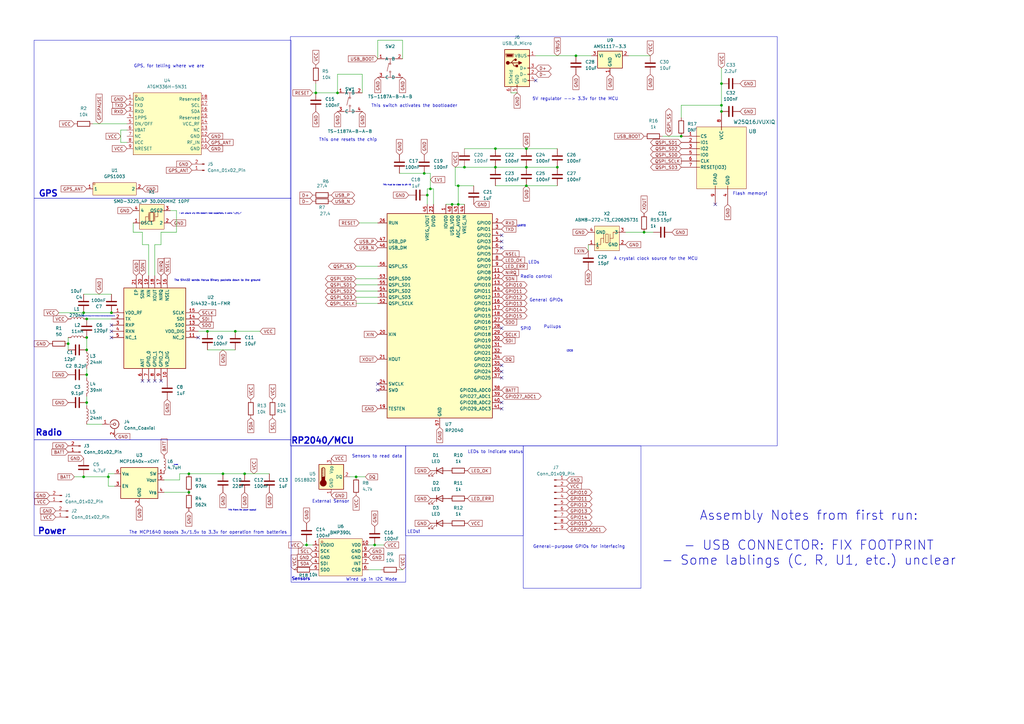
<source format=kicad_sch>
(kicad_sch (version 20231120) (generator "eeschema") (generator_version "8.0")
  (paper "A3")
  (title_block (title "OS-41 High Altitude Balloon Telemetry Transmitter") (rev "C") (company "SVAA") (comment 1 "Features: +20dBm Horus 4FSK transmitter + two temperature sensors + WiFi + GPS"))
  (junction (at 264.16 95.25))
  (junction (at 91.44 194.31))
  (junction (at 295.91 43.18))
  (junction (at 236.22 22.86))
  (junction (at 45.72 128.27))
  (junction (at 35.56 165.1))
  (junction (at 35.56 138.43))
  (junction (at 34.29 195.58))
  (junction (at 279.4 55.88))
  (junction (at 34.29 128.27))
  (junction (at 77.47 201.93))
  (junction (at 35.56 143.51))
  (junction (at 215.9 76.2))
  (junction (at 77.47 194.31))
  (junction (at 228.6 68.58))
  (junction (at 187.96 83.82))
  (junction (at 295.91 34.29))
  (junction (at 176.53 77.47))
  (junction (at 44.45 195.58))
  (junction (at 203.2 68.58))
  (junction (at 35.56 153.67))
  (junction (at 215.9 60.96))
  (junction (at 138.43 38.1))
  (junction (at 100.33 194.31))
  (junction (at 35.56 130.81))
  (junction (at 27.94 140.97))
  (junction (at 129.54 38.1))
  (junction (at 125.73 223.52))
  (junction (at 203.2 60.96))
  (junction (at 85.09 135.89))
  (junction (at 146.05 195.58))
  (junction (at 187.96 76.2))
  (junction (at 190.5 68.58))
  (junction (at 215.9 68.58))
  (junction (at 185.42 83.82))
  (junction (at 175.26 80.01))
  (junction (at 96.52 135.89))
  (junction (at 295.91 45.72))
  (junction (at 173.99 71.12))
  (junction (at 153.67 223.52))
  (no_connect (at 205.74 167.64))
  (no_connect (at 205.74 154.94))
  (no_connect (at 45.72 133.35))
  (no_connect (at 293.37 83.82))
  (no_connect (at 205.74 101.6))
  (no_connect (at 81.28 138.43))
  (no_connect (at 205.74 165.1))
  (no_connect (at 205.74 96.52))
  (no_connect (at 45.72 138.43))
  (no_connect (at 205.74 134.62))
  (no_connect (at 154.94 160.02))
  (no_connect (at 63.5 156.21))
  (no_connect (at 60.96 156.21))
  (no_connect (at 58.42 156.21))
  (no_connect (at 205.74 99.06))
  (no_connect (at 154.94 157.48))
  (no_connect (at 219.71 33.02))
  (no_connect (at 66.04 156.21))
  (no_connect (at 205.74 152.4))
  (no_connect (at 45.72 135.89))
  (no_connect (at 205.74 149.86))
  (wire (pts (xy 187.96 83.82) (xy 190.5 83.82)))
  (wire (pts (xy 146.05 109.22) (xy 154.94 109.22)))
  (wire (pts (xy 267.97 95.25) (xy 264.16 95.25)))
  (wire (pts (xy 85.09 135.89) (xy 96.52 135.89)))
  (wire (pts (xy 45.72 120.65) (xy 34.29 120.65)))
  (wire (pts (xy 149.86 195.58) (xy 146.05 195.58)))
  (wire (pts (xy 35.56 151.13) (xy 35.56 153.67)))
  (wire (pts (xy 30.48 195.58) (xy 34.29 195.58)))
  (wire (pts (xy 100.33 194.31) (xy 110.49 194.31)))
  (wire (pts (xy 146.05 195.58) (xy 143.51 195.58)))
  (wire (pts (xy 35.56 153.67) (xy 35.56 154.94)))
  (wire (pts (xy 85.09 143.51) (xy 96.52 143.51)))
  (wire (pts (xy 271.78 55.88) (xy 279.4 55.88)))
  (wire (pts (xy 177.8 83.82) (xy 177.8 77.47)))
  (wire (pts (xy 236.22 22.86) (xy 242.57 22.86)))
  (wire (pts (xy 146.05 124.46) (xy 154.94 124.46)))
  (wire (pts (xy 295.91 43.18) (xy 295.91 45.72)))
  (wire (pts (xy 154.94 16.51) (xy 165.1 16.51)))
  (wire (pts (xy 215.9 76.2) (xy 228.6 76.2)))
  (wire (pts (xy 58.42 95.25) (xy 54.61 95.25)))
  (wire (pts (xy 186.69 68.58) (xy 190.5 68.58)))
  (wire (pts (xy 35.56 165.1) (xy 35.56 166.37)))
  (wire (pts (xy 35.56 173.99) (xy 41.91 173.99)))
  (wire (pts (xy 66.04 95.25) (xy 72.39 95.25)))
  (wire (pts (xy 187.96 76.2) (xy 194.31 76.2)))
  (wire (pts (xy 44.45 194.31) (xy 46.99 194.31)))
  (wire (pts (xy 27.94 140.97) (xy 27.94 143.51)))
  (wire (pts (xy 67.31 196.85) (xy 73.66 196.85)))
  (wire (pts (xy 148.59 38.1) (xy 148.59 30.48)))
  (wire (pts (xy 147.32 91.44) (xy 154.94 91.44)))
  (wire (pts (xy 128.27 38.1) (xy 129.54 38.1)))
  (wire (pts (xy 146.05 121.92) (xy 154.94 121.92)))
  (wire (pts (xy 279.4 43.18) (xy 295.91 43.18)))
  (wire (pts (xy 146.05 114.3) (xy 154.94 114.3)))
  (wire (pts (xy 257.81 22.86) (xy 266.7 22.86)))
  (wire (pts (xy 209.55 38.1) (xy 212.09 38.1)))
  (wire (pts (xy 73.66 196.85) (xy 73.66 194.31)))
  (wire (pts (xy 27.94 138.43) (xy 27.94 140.97)))
  (wire (pts (xy 219.71 22.86) (xy 236.22 22.86)))
  (wire (pts (xy 295.91 34.29) (xy 295.91 43.18)))
  (wire (pts (xy 173.99 71.12) (xy 176.53 71.12)))
  (wire (pts (xy 165.1 233.68) (xy 163.83 233.68)))
  (wire (pts (xy 163.83 71.12) (xy 173.99 71.12)))
  (wire (pts (xy 146.05 119.38) (xy 154.94 119.38)))
  (wire (pts (xy 146.05 116.84) (xy 154.94 116.84)))
  (wire (pts (xy 73.66 194.31) (xy 77.47 194.31)))
  (wire (pts (xy 187.96 76.2) (xy 186.69 76.2)))
  (wire (pts (xy 45.72 128.27) (xy 34.29 128.27)))
  (wire (pts (xy 125.73 222.25) (xy 125.73 223.52)))
  (wire (pts (xy 34.29 195.58) (xy 44.45 195.58)))
  (wire (pts (xy 295.91 27.94) (xy 295.91 34.29)))
  (wire (pts (xy 63.5 113.03) (xy 63.5 100.33)))
  (wire (pts (xy 45.72 130.81) (xy 35.56 130.81)))
  (wire (pts (xy 215.9 60.96) (xy 228.6 60.96)))
  (wire (pts (xy 241.3 102.87) (xy 241.3 100.33)))
  (wire (pts (xy 203.2 68.58) (xy 215.9 68.58)))
  (wire (pts (xy 60.96 100.33) (xy 58.42 100.33)))
  (wire (pts (xy 52.07 53.34) (xy 49.53 53.34)))
  (wire (pts (xy 72.39 95.25) (xy 72.39 86.36)))
  (wire (pts (xy 124.46 223.52) (xy 125.73 223.52)))
  (wire (pts (xy 46.99 199.39) (xy 44.45 199.39)))
  (wire (pts (xy 125.73 223.52) (xy 128.27 223.52)))
  (wire (pts (xy 49.53 58.42) (xy 52.07 58.42)))
  (wire (pts (xy 203.2 60.96) (xy 215.9 60.96)))
  (wire (pts (xy 34.29 128.27) (xy 24.13 128.27)))
  (wire (pts (xy 154.94 16.51) (xy 154.94 24.13)))
  (wire (pts (xy 203.2 76.2) (xy 215.9 76.2)))
  (wire (pts (xy 49.53 53.34) (xy 49.53 58.42)))
  (wire (pts (xy 81.28 135.89) (xy 85.09 135.89)))
  (wire (pts (xy 264.16 95.25) (xy 256.54 95.25)))
  (wire (pts (xy 157.48 223.52) (xy 153.67 223.52)))
  (wire (pts (xy 35.56 162.56) (xy 35.56 165.1)))
  (wire (pts (xy 138.43 30.48) (xy 148.59 30.48)))
  (wire (pts (xy 69.85 86.36) (xy 72.39 86.36)))
  (wire (pts (xy 77.47 194.31) (xy 91.44 194.31)))
  (wire (pts (xy 182.88 83.82) (xy 185.42 83.82)))
  (wire (pts (xy 190.5 60.96) (xy 203.2 60.96)))
  (wire (pts (xy 35.56 138.43) (xy 35.56 143.51)))
  (wire (pts (xy 63.5 100.33) (xy 66.04 100.33)))
  (wire (pts (xy 67.31 201.93) (xy 77.47 201.93)))
  (wire (pts (xy 190.5 68.58) (xy 203.2 68.58)))
  (wire (pts (xy 215.9 68.58) (xy 228.6 68.58)))
  (wire (pts (xy 175.26 77.47) (xy 175.26 80.01)))
  (wire (pts (xy 129.54 34.29) (xy 129.54 38.1)))
  (wire (pts (xy 96.52 135.89) (xy 106.68 135.89)))
  (wire (pts (xy 66.04 95.25) (xy 66.04 100.33)))
  (wire (pts (xy 279.4 48.26) (xy 279.4 43.18)))
  (wire (pts (xy 91.44 194.31) (xy 100.33 194.31)))
  (wire (pts (xy 156.21 233.68) (xy 151.13 233.68)))
  (wire (pts (xy 38.1 50.8) (xy 52.07 50.8)))
  (wire (pts (xy 44.45 199.39) (xy 44.45 195.58)))
  (wire (pts (xy 177.8 77.47) (xy 176.53 77.47)))
  (wire (pts (xy 185.42 83.82) (xy 187.96 83.82)))
  (wire (pts (xy 176.53 71.12) (xy 176.53 77.47)))
  (wire (pts (xy 176.53 77.47) (xy 175.26 77.47)))
  (wire (pts (xy 60.96 113.03) (xy 60.96 100.33)))
  (wire (pts (xy 138.43 30.48) (xy 138.43 38.1)))
  (wire (pts (xy 165.1 24.13) (xy 165.1 16.51)))
  (wire (pts (xy 175.26 80.01) (xy 175.26 83.82)))
  (wire (pts (xy 44.45 195.58) (xy 44.45 194.31)))
  (wire (pts (xy 186.69 68.58) (xy 186.69 76.2)))
  (wire (pts (xy 54.61 91.44) (xy 54.61 95.25)))
  (wire (pts (xy 58.42 95.25) (xy 58.42 100.33)))
  (wire (pts (xy 153.67 223.52) (xy 151.13 223.52)))
  (wire (pts (xy 187.96 83.82) (xy 187.96 76.2)))
  (wire (pts (xy 129.54 38.1) (xy 138.43 38.1)))
  (rectangle (start 214.63 182.88) (end 262.89 241.3))
  (rectangle (start 119.126 14.986) (end 318.77 182.88))
  (rectangle (start 13.97 16.51) (end 119.38 81.28))
  (rectangle (start 119.38 182.88) (end 166.37 238.76))
  (rectangle (start 13.97 180.34) (end 119.38 219.71))
  (rectangle (start 166.37 182.88) (end 214.63 219.71))
  (rectangle (start 13.97 81.28) (end 119.38 180.34))
  (text "SPI0" (at 215.646 134.874 0) (effects (font (size 1.27 1.27))))
  (text "General-purpose GPIOs for interfacing" (at 237.49 224.282 0) (effects (font (size 1.27 1.27))))
  (text "This is a C285642" (at 72.136 190.754 0) (effects (font (size 0.127 0.127))))
  (text "General GPIOs" (at 224.028 123.19 0) (effects (font (size 1.27 1.27))))
  (text "External Sensor" (at 135.636 205.74 0) (effects (font (size 1.27 1.27))))
  (text "LEDs" (at 218.948 107.696 0) (effects (font (size 1.27 1.27))))
  (text "Power" (at 21.336 217.932 0) (effects (font (size 2.54 2.54) (thickness 0.508) (bold yes))))
  (text "LEDs to indicate status" (at 203.2 185.42 0) (effects (font (size 1.27 1.27))))
  (text "Pullups" (at 226.568 134.112 0) (effects (font (size 1.27 1.27))))
  (text "UART0" (at 213.868 92.71 0) (effects (font (size 0.762 0.762))))
  (text "This switch activates the bootloader" (at 169.926 43.434 0) (effects (font (size 1.27 1.27))))
  (text "This must be close to pin 45" (at 162.814 75.946 0) (effects (font (size 0.508 0.508))))
  (text "This filters the power supply!" (at 99.314 209.296 0) (effects (font (size 0.508 0.508))))
  (text "GPS, for telling where we are" (at 69.342 27.178 0) (effects (font (size 1.27 1.27))))
  (text "Sensors to read data" (at 154.686 187.198 0) (effects (font (size 1.27 1.27))))
  (text "Assembly Notes from first run:\n\n- USB CONNECTOR: FIX FOOTPRINT\n- Some lablings (C, R, U1, etc.) unclear" (at 331.724 220.726 0) (effects (font (size 3.81 3.81) (thickness 0.254) (bold yes))))
  (text "LEDs!" (at 169.672 218.186 0) (effects (font (size 1.27 1.27))))
  (text "I am unsure why this doesn't need capacitors. It works ¯\\_(ツ)_/¯" (at 86.36 87.63 0) (effects (font (size 0.508 0.508))))
  (text "I2C0" (at 233.68 144.018 0) (effects (font (size 0.762 0.762))))
  (text "Radio" (at 20.066 177.546 0) (effects (font (size 2.54 2.54) (thickness 0.508) (bold yes))))
  (text "The MCP1640 boosts 3v/1.5v to 3.3v for operation from batteries" (at 85.344 218.44 0) (effects (font (size 1.27 1.27))))
  (text "Radio control" (at 219.964 113.538 0) (effects (font (size 1.27 1.27))))
  (text "RP2040/MCU\n" (at 132.334 180.848 0) (effects (font (size 2.54 2.54) (thickness 0.508) (bold yes))))
  (text "The Si4432 sends Horus Binary packets down to the ground" (at 89.154 115.062 0) (effects (font (size 0.762 0.762))))
  (text "Flash memory!" (at 307.594 79.502 0) (effects (font (size 1.27 1.27))))
  (text "Wired up in I2C Mode" (at 152.4 237.744 0) (effects (font (size 1.27 1.27))))
  (text "This one resets the chip" (at 142.748 57.404 0) (effects (font (size 1.27 1.27))))
  (text "GPS" (at 19.812 79.502 0) (effects (font (size 2.54 2.54) (thickness 0.508) (bold yes))))
  (text "A crystal clock source for the MCU" (at 268.986 106.172 0) (effects (font (size 1.27 1.27))))
  (text "Note: I initially really messed the matching up. The Si4432 PA is a switching PA, so it needs some unusual matching networks. Check out AN435" (at 39.878 129.794 0) (effects (font (size 0.127 0.127))))
  (text "Sensors\n" (at 123.444 237.49 0) (effects (font (size 1.27 1.27) (thickness 0.254) (bold yes))))
  (text "5V regulator --> 3.3v for the MCU" (at 235.966 40.64 0) (effects (font (size 1.27 1.27))))
  (global_label "GND" (shape input) (at 85.09 55.88 0) (property "Intersheetrefs" "${INTERSHEET_REFS}" (effects (hide yes))))
  (global_label "USB_BOOT" (shape input) (at 264.16 55.88 180) (property "Intersheetrefs" "${INTERSHEET_REFS}" (effects (hide yes))))
  (global_label "QSPI_SCLK" (shape output) (at 279.4 66.04 180) (property "Intersheetrefs" "${INTERSHEET_REFS}" (effects (hide yes))))
  (global_label "GPIO13" (shape bidirectional) (at 205.74 124.46 0) (property "Intersheetrefs" "${INTERSHEET_REFS}" (effects (hide yes))))
  (global_label "QSPI_SD1" (shape bidirectional) (at 146.05 116.84 180) (property "Intersheetrefs" "${INTERSHEET_REFS}" (effects (hide yes))))
  (global_label "RESET" (shape input) (at 128.27 38.1 180) (property "Intersheetrefs" "${INTERSHEET_REFS}" (effects (hide yes))))
  (global_label "GPIO11" (shape bidirectional) (at 205.74 119.38 0) (property "Intersheetrefs" "${INTERSHEET_REFS}" (effects (hide yes))))
  (global_label "NSEL" (shape input) (at 68.58 113.03 90) (property "Intersheetrefs" "${INTERSHEET_REFS}" (effects (hide yes))))
  (global_label "VCC" (shape input) (at 22.86 212.09 180) (property "Intersheetrefs" "${INTERSHEET_REFS}" (effects (hide yes))))
  (global_label "RXD" (shape input) (at 52.07 45.72 180) (property "Intersheetrefs" "${INTERSHEET_REFS}" (effects (hide yes))))
  (global_label "D+" (shape input) (at 128.27 80.01 180) (property "Intersheetrefs" "${INTERSHEET_REFS}" (effects (hide yes))))
  (global_label "GPIO13" (shape bidirectional) (at 232.41 209.55 0) (property "Intersheetrefs" "${INTERSHEET_REFS}" (effects (hide yes))))
  (global_label "VCC" (shape input) (at 106.68 135.89 0) (property "Intersheetrefs" "${INTERSHEET_REFS}" (effects (hide yes))))
  (global_label "SCL" (shape input) (at 111.76 171.45 270) (property "Intersheetrefs" "${INTERSHEET_REFS}" (effects (hide yes))))
  (global_label "LED_ERR" (shape input) (at 205.74 109.22 0) (property "Intersheetrefs" "${INTERSHEET_REFS}" (effects (hide yes))))
  (global_label "DQ" (shape input) (at 149.86 195.58 0) (property "Intersheetrefs" "${INTERSHEET_REFS}" (effects (hide yes))))
  (global_label "GND" (shape input) (at 275.59 95.25 0) (property "Intersheetrefs" "${INTERSHEET_REFS}" (effects (hide yes))))
  (global_label "GND" (shape input) (at 77.47 209.55 270) (property "Intersheetrefs" "${INTERSHEET_REFS}" (effects (hide yes))))
  (global_label "GPS_ANT" (shape input) (at 78.74 69.85 180) (property "Intersheetrefs" "${INTERSHEET_REFS}" (effects (hide yes))))
  (global_label "SCLK" (shape input) (at 81.28 128.27 0) (property "Intersheetrefs" "${INTERSHEET_REFS}" (effects (hide yes))))
  (global_label "GND" (shape input) (at 212.09 38.1 270) (property "Intersheetrefs" "${INTERSHEET_REFS}" (effects (hide yes))))
  (global_label "GND" (shape input) (at 125.73 214.63 90) (property "Intersheetrefs" "${INTERSHEET_REFS}" (effects (hide yes))))
  (global_label "VCC" (shape input) (at 146.05 203.2 270) (property "Intersheetrefs" "${INTERSHEET_REFS}" (effects (hide yes))))
  (global_label "GND" (shape input) (at 154.94 167.64 180) (property "Intersheetrefs" "${INTERSHEET_REFS}" (effects (hide yes))))
  (global_label "GND" (shape input) (at 40.64 120.65 90) (property "Intersheetrefs" "${INTERSHEET_REFS}" (effects (hide yes))))
  (global_label "GPIO12" (shape bidirectional) (at 232.41 207.01 0) (property "Intersheetrefs" "${INTERSHEET_REFS}" (effects (hide yes))))
  (global_label "GND" (shape input) (at 135.89 203.2 0) (property "Intersheetrefs" "${INTERSHEET_REFS}" (effects (hide yes))))
  (global_label "GND" (shape input) (at 176.53 204.47 180) (property "Intersheetrefs" "${INTERSHEET_REFS}" (effects (hide yes))))
  (global_label "XOUT" (shape input) (at 154.94 147.32 180) (property "Intersheetrefs" "${INTERSHEET_REFS}" (effects (hide yes))))
  (global_label "GND" (shape input) (at 46.99 179.07 0) (property "Intersheetrefs" "${INTERSHEET_REFS}" (effects (hide yes))))
  (global_label "USB_P" (shape bidirectional) (at 154.94 99.06 180) (property "Intersheetrefs" "${INTERSHEET_REFS}" (effects (hide yes))))
  (global_label "GND" (shape input) (at 163.83 63.5 90) (property "Intersheetrefs" "${INTERSHEET_REFS}" (effects (hide yes))))
  (global_label "GND" (shape input) (at 215.9 60.96 90) (property "Intersheetrefs" "${INTERSHEET_REFS}" (effects (hide yes))))
  (global_label "GND" (shape input) (at 91.44 143.51 270) (property "Intersheetrefs" "${INTERSHEET_REFS}" (effects (hide yes))))
  (global_label "VCC" (shape input) (at 165.1 233.68 90) (property "Intersheetrefs" "${INTERSHEET_REFS}" (effects (hide yes))))
  (global_label "GND" (shape input) (at 167.64 80.01 180) (property "Intersheetrefs" "${INTERSHEET_REFS}" (effects (hide yes))))
  (global_label "GND" (shape input) (at 176.53 214.63 180) (property "Intersheetrefs" "${INTERSHEET_REFS}" (effects (hide yes))))
  (global_label "GPS_ANT" (shape input) (at 35.56 77.47 180) (property "Intersheetrefs" "${INTERSHEET_REFS}" (effects (hide yes))))
  (global_label "D-" (shape input) (at 128.27 82.55 180) (property "Intersheetrefs" "${INTERSHEET_REFS}" (effects (hide yes))))
  (global_label "QSPI_SD2" (shape bidirectional) (at 279.4 60.96 180) (property "Intersheetrefs" "${INTERSHEET_REFS}" (effects (hide yes))))
  (global_label "USB_N" (shape bidirectional) (at 154.94 101.6 180) (property "Intersheetrefs" "${INTERSHEET_REFS}" (effects (hide yes))))
  (global_label "USB_N" (shape bidirectional) (at 135.89 82.55 0) (property "Intersheetrefs" "${INTERSHEET_REFS}" (effects (hide yes))))
  (global_label "GND" (shape input) (at 303.53 45.72 0) (property "Intersheetrefs" "${INTERSHEET_REFS}" (effects (hide yes))))
  (global_label "QSPI_SS" (shape bidirectional) (at 146.05 109.22 180) (property "Intersheetrefs" "${INTERSHEET_REFS}" (effects (hide yes))))
  (global_label "GPIO15" (shape bidirectional) (at 205.74 129.54 0) (property "Intersheetrefs" "${INTERSHEET_REFS}" (effects (hide yes))))
  (global_label "SDN" (shape input) (at 58.42 113.03 90) (property "Intersheetrefs" "${INTERSHEET_REFS}" (effects (hide yes))))
  (global_label "VCC" (shape input) (at 120.65 233.68 90) (property "Intersheetrefs" "${INTERSHEET_REFS}" (effects (hide yes))))
  (global_label "SCL" (shape input) (at 128.27 226.06 180) (property "Intersheetrefs" "${INTERSHEET_REFS}" (effects (hide yes))))
  (global_label "GND" (shape input) (at 241.3 110.49 270) (property "Intersheetrefs" "${INTERSHEET_REFS}" (effects (hide yes))))
  (global_label "GND" (shape input) (at 91.44 201.93 270) (property "Intersheetrefs" "${INTERSHEET_REFS}" (effects (hide yes))))
  (global_label "GND" (shape input) (at 27.94 182.88 180) (property "Intersheetrefs" "${INTERSHEET_REFS}" (effects (hide yes))))
  (global_label "D+" (shape bidirectional) (at 219.71 27.94 0) (property "Intersheetrefs" "${INTERSHEET_REFS}" (effects (hide yes))))
  (global_label "XIN" (shape input) (at 154.94 137.16 180) (property "Intersheetrefs" "${INTERSHEET_REFS}" (effects (hide yes))))
  (global_label "RESET" (shape input) (at 147.32 91.44 180) (property "Intersheetrefs" "${INTERSHEET_REFS}" (effects (hide yes))))
  (global_label "TXD" (shape input) (at 205.74 93.98 0) (property "Intersheetrefs" "${INTERSHEET_REFS}" (effects (hide yes))))
  (global_label "GND" (shape input) (at 215.9 76.2 270) (property "Intersheetrefs" "${INTERSHEET_REFS}" (effects (hide yes))))
  (global_label "XOUT" (shape input) (at 264.16 87.63 90) (property "Intersheetrefs" "${INTERSHEET_REFS}" (effects (hide yes))))
  (global_label "VCC" (shape input) (at 266.7 22.86 90) (property "Intersheetrefs" "${INTERSHEET_REFS}" (effects (hide yes))))
  (global_label "GND" (shape input) (at 22.86 209.55 180) (property "Intersheetrefs" "${INTERSHEET_REFS}" (effects (hide yes))))
  (global_label "TXD" (shape input) (at 52.07 43.18 180) (property "Intersheetrefs" "${INTERSHEET_REFS}" (effects (hide yes))))
  (global_label "GND" (shape input) (at 69.85 91.44 0) (property "Intersheetrefs" "${INTERSHEET_REFS}" (effects (hide yes))))
  (global_label "GND" (shape input) (at 154.94 31.75 270) (property "Intersheetrefs" "${INTERSHEET_REFS}" (effects (hide yes))))
  (global_label "GPIO15" (shape bidirectional) (at 232.41 214.63 0) (property "Intersheetrefs" "${INTERSHEET_REFS}" (effects (hide yes))))
  (global_label "GND" (shape input) (at 34.29 187.96 180) (property "Intersheetrefs" "${INTERSHEET_REFS}" (effects (hide yes))))
  (global_label "GND" (shape input) (at 100.33 201.93 270) (property "Intersheetrefs" "${INTERSHEET_REFS}" (effects (hide yes))))
  (global_label "GND" (shape input) (at 232.41 196.85 0) (property "Intersheetrefs" "${INTERSHEET_REFS}" (effects (hide yes))))
  (global_label "LED_OK" (shape input) (at 205.74 106.68 0) (property "Intersheetrefs" "${INTERSHEET_REFS}" (effects (hide yes))))
  (global_label "GND" (shape input) (at 27.94 165.1 180) (property "Intersheetrefs" "${INTERSHEET_REFS}" (effects (hide yes))))
  (global_label "NIRQ" (shape input) (at 66.04 113.03 90) (property "Intersheetrefs" "${INTERSHEET_REFS}" (effects (hide yes))))
  (global_label "QSPI_SD0" (shape bidirectional) (at 279.4 63.5 180) (property "Intersheetrefs" "${INTERSHEET_REFS}" (effects (hide yes))))
  (global_label "GPIO27_ADC1" (shape bidirectional) (at 232.41 217.17 0) (property "Intersheetrefs" "${INTERSHEET_REFS}" (effects (hide yes))))
  (global_label "GND" (shape input) (at 55.88 113.03 90) (property "Intersheetrefs" "${INTERSHEET_REFS}" (effects (hide yes))))
  (global_label "VCC" (shape input) (at 129.54 26.67 90) (property "Intersheetrefs" "${INTERSHEET_REFS}" (effects (hide yes))))
  (global_label "SDI" (shape input) (at 81.28 130.81 0) (property "Intersheetrefs" "${INTERSHEET_REFS}" (effects (hide yes))))
  (global_label "GPSPAUSE" (shape input) (at 40.64 50.8 90) (property "Intersheetrefs" "${INTERSHEET_REFS}" (effects (hide yes))))
  (global_label "D-" (shape bidirectional) (at 219.71 30.48 0) (property "Intersheetrefs" "${INTERSHEET_REFS}" (effects (hide yes))))
  (global_label "VCC" (shape input) (at 295.91 27.94 90) (property "Intersheetrefs" "${INTERSHEET_REFS}" (effects (hide yes))))
  (global_label "GPIO14" (shape bidirectional) (at 232.41 212.09 0) (property "Intersheetrefs" "${INTERSHEET_REFS}" (effects (hide yes))))
  (global_label "GND" (shape input) (at 266.7 30.48 270) (property "Intersheetrefs" "${INTERSHEET_REFS}" (effects (hide yes))))
  (global_label "GND" (shape input) (at 241.3 95.25 180) (property "Intersheetrefs" "${INTERSHEET_REFS}" (effects (hide yes))))
  (global_label "VCC" (shape input) (at 102.87 163.83 90) (property "Intersheetrefs" "${INTERSHEET_REFS}" (effects (hide yes))))
  (global_label "GND" (shape input) (at 250.19 30.48 270) (property "Intersheetrefs" "${INTERSHEET_REFS}" (effects (hide yes))))
  (global_label "GND" (shape input) (at 129.54 45.72 270) (property "Intersheetrefs" "${INTERSHEET_REFS}" (effects (hide yes))))
  (global_label "VCC" (shape input) (at 191.77 214.63 0) (property "Intersheetrefs" "${INTERSHEET_REFS}" (effects (hide yes))))
  (global_label "GND" (shape input) (at 57.15 207.01 270) (property "Intersheetrefs" "${INTERSHEET_REFS}" (effects (hide yes))))
  (global_label "QSPI_SD0" (shape bidirectional) (at 146.05 114.3 180) (property "Intersheetrefs" "${INTERSHEET_REFS}" (effects (hide yes))))
  (global_label "QSPI_SCLK" (shape output) (at 146.05 124.46 180) (property "Intersheetrefs" "${INTERSHEET_REFS}" (effects (hide yes))))
  (global_label "GPIO27_ADC1" (shape bidirectional) (at 205.74 162.56 0) (property "Intersheetrefs" "${INTERSHEET_REFS}" (effects (hide yes))))
  (global_label "GND" (shape input) (at 180.34 175.26 270) (property "Intersheetrefs" "${INTERSHEET_REFS}" (effects (hide yes))))
  (global_label "GND" (shape input) (at 54.61 86.36 180) (property "Intersheetrefs" "${INTERSHEET_REFS}" (effects (hide yes))))
  (global_label "GND" (shape input) (at 256.54 100.33 0) (property "Intersheetrefs" "${INTERSHEET_REFS}" (effects (hide yes))))
  (global_label "BATT" (shape input) (at 67.31 186.69 90) (property "Intersheetrefs" "${INTERSHEET_REFS}" (effects (hide yes))))
  (global_label "GND" (shape input) (at 128.27 228.6 180) (property "Intersheetrefs" "${INTERSHEET_REFS}" (effects (hide yes))))
  (global_label "GND" (shape input) (at 85.09 60.96 0) (property "Intersheetrefs" "${INTERSHEET_REFS}" (effects (hide yes))))
  (global_label "QSPI_SD3" (shape bidirectional) (at 279.4 68.58 180) (property "Intersheetrefs" "${INTERSHEET_REFS}" (effects (hide yes))))
  (global_label "GND" (shape input) (at 151.13 228.6 0) (property "Intersheetrefs" "${INTERSHEET_REFS}" (effects (hide yes))))
  (global_label "GPIO11" (shape bidirectional) (at 232.41 204.47 0) (property "Intersheetrefs" "${INTERSHEET_REFS}" (effects (hide yes))))
  (global_label "VCC" (shape input) (at 24.13 128.27 180) (property "Intersheetrefs" "${INTERSHEET_REFS}" (effects (hide yes))))
  (global_label "GND" (shape input) (at 236.22 30.48 270) (property "Intersheetrefs" "${INTERSHEET_REFS}" (effects (hide yes))))
  (global_label "GND" (shape input) (at 153.67 215.9 90) (property "Intersheetrefs" "${INTERSHEET_REFS}" (effects (hide yes))))
  (global_label "VCC" (shape input) (at 52.07 60.96 180) (property "Intersheetrefs" "${INTERSHEET_REFS}" (effects (hide yes))))
  (global_label "SDA" (shape input) (at 102.87 171.45 270) (property "Intersheetrefs" "${INTERSHEET_REFS}" (effects (hide yes))))
  (global_label "QSPI_SD2" (shape bidirectional) (at 146.05 119.38 180) (property "Intersheetrefs" "${INTERSHEET_REFS}" (effects (hide yes))))
  (global_label "GND" (shape input) (at 20.32 203.2 180) (property "Intersheetrefs" "${INTERSHEET_REFS}" (effects (hide yes))))
  (global_label "VCC" (shape input) (at 20.32 205.74 180) (property "Intersheetrefs" "${INTERSHEET_REFS}" (effects (hide yes))))
  (global_label "BATT" (shape input) (at 27.94 185.42 180) (property "Intersheetrefs" "${INTERSHEET_REFS}" (effects (hide yes))))
  (global_label "LED_ERR" (shape input) (at 191.77 204.47 0) (property "Intersheetrefs" "${INTERSHEET_REFS}" (effects (hide yes))))
  (global_label "VCC" (shape input) (at 124.46 223.52 180) (property "Intersheetrefs" "${INTERSHEET_REFS}" (effects (hide yes))))
  (global_label "1V1" (shape input) (at 176.53 73.66 0) (property "Intersheetrefs" "${INTERSHEET_REFS}" (effects (hide yes))))
  (global_label "GND" (shape input) (at 165.1 31.75 270) (property "Intersheetrefs" "${INTERSHEET_REFS}" (effects (hide yes))))
  (global_label "NSEL" (shape input) (at 205.74 104.14 0) (property "Intersheetrefs" "${INTERSHEET_REFS}" (effects (hide yes))))
  (global_label "VCC" (shape input) (at 104.14 194.31 90) (property "Intersheetrefs" "${INTERSHEET_REFS}" (effects (hide yes))))
  (global_label "VCC" (shape input) (at 30.48 50.8 180) (property "Intersheetrefs" "${INTERSHEET_REFS}" (effects (hide yes))))
  (global_label "GND" (shape input) (at 68.58 163.83 270) (property "Intersheetrefs" "${INTERSHEET_REFS}" (effects (hide yes))))
  (global_label "RXD" (shape input) (at 205.74 91.44 0) (property "Intersheetrefs" "${INTERSHEET_REFS}" (effects (hide yes))))
  (global_label "GPS_ANT" (shape input) (at 85.09 58.42 0) (property "Intersheetrefs" "${INTERSHEET_REFS}" (effects (hide yes))))
  (global_label "GPIO10" (shape bidirectional) (at 232.41 201.93 0) (property "Intersheetrefs" "${INTERSHEET_REFS}" (effects (hide yes))))
  (global_label "GND" (shape input) (at 20.32 140.97 180) (property "Intersheetrefs" "${INTERSHEET_REFS}" (effects (hide yes))))
  (global_label "GND" (shape input) (at 52.07 40.64 180) (property "Intersheetrefs" "${INTERSHEET_REFS}" (effects (hide yes))))
  (global_label "QSPI_SD1" (shape bidirectional) (at 279.4 58.42 180) (property "Intersheetrefs" "${INTERSHEET_REFS}" (effects (hide yes))))
  (global_label "GND" (shape input) (at 173.99 63.5 90) (property "Intersheetrefs" "${INTERSHEET_REFS}" (effects (hide yes))))
  (global_label "GND" (shape input) (at 148.59 45.72 270) (property "Intersheetrefs" "${INTERSHEET_REFS}" (effects (hide yes))))
  (global_label "USB_P" (shape bidirectional) (at 135.89 80.01 0) (property "Intersheetrefs" "${INTERSHEET_REFS}" (effects (hide yes))))
  (global_label "SDI" (shape input) (at 205.74 139.7 0) (property "Intersheetrefs" "${INTERSHEET_REFS}" (effects (hide yes))))
  (global_label "SDO" (shape input) (at 81.28 133.35 0) (property "Intersheetrefs" "${INTERSHEET_REFS}" (effects (hide yes))))
  (global_label "GPIO10" (shape bidirectional) (at 205.74 116.84 0) (property "Intersheetrefs" "${INTERSHEET_REFS}" (effects (hide yes))))
  (global_label "VCC" (shape input) (at 27.94 130.81 180) (property "Intersheetrefs" "${INTERSHEET_REFS}" (effects (hide yes))))
  (global_label "GND" (shape input) (at 194.31 83.82 0) (property "Intersheetrefs" "${INTERSHEET_REFS}" (effects (hide yes))))
  (global_label "GPIO14" (shape bidirectional) (at 205.74 127 0) (property "Intersheetrefs" "${INTERSHEET_REFS}" (effects (hide yes))))
  (global_label "GND" (shape input) (at 27.94 153.67 180) (property "Intersheetrefs" "${INTERSHEET_REFS}" (effects (hide yes))))
  (global_label "QSPI_SD3" (shape bidirectional) (at 146.05 121.92 180) (property "Intersheetrefs" "${INTERSHEET_REFS}" (effects (hide yes))))
  (global_label "GND" (shape input) (at 110.49 201.93 270) (property "Intersheetrefs" "${INTERSHEET_REFS}" (effects (hide yes))))
  (global_label "QSPI_SS" (shape bidirectional) (at 274.32 55.88 90) (property "Intersheetrefs" "${INTERSHEET_REFS}" (effects (hide yes))))
  (global_label "SDA" (shape input) (at 128.27 231.14 180) (property "Intersheetrefs" "${INTERSHEET_REFS}" (effects (hide yes))))
  (global_label "BATT" (shape input) (at 205.74 160.02 0) (property "Intersheetrefs" "${INTERSHEET_REFS}" (effects (hide yes))))
  (global_label "GND" (shape input) (at 58.42 77.47 0) (property "Intersheetrefs" "${INTERSHEET_REFS}" (effects (hide yes))))
  (global_label "GND" (shape input) (at 303.53 34.29 0) (property "Intersheetrefs" "${INTERSHEET_REFS}" (effects (hide yes))))
  (global_label "VCC" (shape input) (at 186.69 68.58 90) (property "Intersheetrefs" "${INTERSHEET_REFS}" (effects (hide yes))))
  (global_label "GPIO12" (shape bidirectional) (at 205.74 121.92 0) (property "Intersheetrefs" "${INTERSHEET_REFS}" (effects (hide yes))))
  (global_label "VCC" (shape input) (at 135.89 187.96 0) (property "Intersheetrefs" "${INTERSHEET_REFS}" (effects (hide yes))))
  (global_label "USB_BOOT" (shape input) (at 154.94 24.13 180) (property "Intersheetrefs" "${INTERSHEET_REFS}" (effects (hide yes))))
  (global_label "SDO" (shape input) (at 205.74 132.08 0) (property "Intersheetrefs" "${INTERSHEET_REFS}" (effects (hide yes))))
  (global_label "SDN" (shape input) (at 205.74 114.3 0) (property "Intersheetrefs" "${INTERSHEET_REFS}" (effects (hide yes))))
  (global_label "GND" (shape input) (at 176.53 193.04 180) (property "Intersheetrefs" "${INTERSHEET_REFS}" (effects (hide yes))))
  (global_label "VCC" (shape input) (at 111.76 163.83 90) (property "Intersheetrefs" "${INTERSHEET_REFS}" (effects (hide yes))))
  (global_label "SCLK" (shape input) (at 205.74 137.16 0) (property "Intersheetrefs" "${INTERSHEET_REFS}" (effects (hide yes))))
  (global_label "GND" (shape input) (at 298.45 83.82 270) (property "Intersheetrefs" "${INTERSHEET_REFS}" (effects (hide yes))))
  (global_label "LED_OK" (shape input) (at 191.77 193.04 0) (property "Intersheetrefs" "${INTERSHEET_REFS}" (effects (hide yes))))
  (global_label "GND" (shape input) (at 138.43 45.72 270) (property "Intersheetrefs" "${INTERSHEET_REFS}" (effects (hide yes))))
  (global_label "VCC" (shape input) (at 49.53 55.88 180) (property "Intersheetrefs" "${INTERSHEET_REFS}" (effects (hide yes))))
  (global_label "GND" (shape input) (at 151.13 226.06 0) (property "Intersheetrefs" "${INTERSHEET_REFS}" (effects (hide yes))))
  (global_label "XIN" (shape input) (at 241.3 102.87 180) (property "Intersheetrefs" "${INTERSHEET_REFS}" (effects (hide yes))))
  (global_label "VCC" (shape input) (at 157.48 223.52 0) (property "Intersheetrefs" "${INTERSHEET_REFS}" (effects (hide yes))))
  (global_label "BATT" (shape input) (at 30.48 195.58 180) (property "Intersheetrefs" "${INTERSHEET_REFS}" (effects (hide yes))))
  (global_label "NIRQ" (shape input) (at 205.74 111.76 0) (property "Intersheetrefs" "${INTERSHEET_REFS}" (effects (hide yes))))
  (global_label "DQ" (shape input) (at 205.74 147.32 0) (property "Intersheetrefs" "${INTERSHEET_REFS}" (effects (hide yes))))
  (global_label "VCC" (shape input) (at 232.41 199.39 0) (property "Intersheetrefs" "${INTERSHEET_REFS}" (effects (hide yes))))
  (global_label "GND" (shape input) (at 78.74 67.31 180) (property "Intersheetrefs" "${INTERSHEET_REFS}" (effects (hide yes))))
  (global_label "VBUS" (shape input) (at 228.6 22.86 90) (property "Intersheetrefs" "${INTERSHEET_REFS}" (effects (hide yes))))
  (symbol (lib_id "Device:C") (at 163.83 67.31 0) (unit 1)
    (property "Reference" "C17" (at 167.64 66.0399 0) (effects (justify left)))
    (property "Value" "100nF" (at 166.116 68.58 0) (effects (justify left)))
    (property "Footprint" "Capacitor_SMD:C_0603_1608Metric_Pad1.08x0.95mm_HandSolder" (effects (hide yes)))
    (property "Description" "Unpolarized capacitor" (effects (hide yes)))
  )
  (symbol (lib_id "Device:LED") (at 180.34 193.04 0) (unit 1)
    (property "Reference" "D1" (at 178.7525 186.69 0))
    (property "Value" "LED" (at 178.7525 189.23 0))
    (property "Footprint" "LED_SMD:LED_0805_2012Metric_Pad1.15x1.40mm_HandSolder" (effects (hide yes)))
    (property "Description" "Light emitting diode" (effects (hide yes)))
  )
  (symbol (lib_id "Device:C") (at 299.72 34.29 90) (unit 1)
    (property "Reference" "C33" (at 299.72 26.67 90))
    (property "Value" "2.2uF" (at 299.72 29.21 90))
    (property "Footprint" "Capacitor_SMD:C_0603_1608Metric_Pad1.08x0.95mm_HandSolder" (effects (hide yes)))
    (property "Description" "Unpolarized capacitor" (effects (hide yes)))
  )
  (symbol (lib_id "Device:L") (at 31.75 138.43 90) (unit 1)
    (property "Reference" "L2" (at 31.75 133.35 90))
    (property "Value" "11nH" (at 31.75 135.89 90))
    (property "Footprint" "Inductor_SMD:L_0603_1608Metric_Pad1.05x0.95mm_HandSolder" (effects (hide yes)))
    (property "Description" "Inductor" (effects (hide yes)))
  )
  (symbol (lib_id "Device:R") (at 279.4 52.07 0) (unit 1)
    (property "Reference" "R17" (at 281.94 50.7999 0) (effects (justify left)))
    (property "Value" "DNF" (at 281.94 53.3399 0) (effects (justify left)))
    (property "Footprint" "Resistor_SMD:R_0603_1608Metric_Pad0.98x0.95mm_HandSolder" (effects (hide yes)))
    (property "Description" "Resistor" (effects (hide yes)))
  )
  (symbol (lib_id "Device:C") (at 236.22 26.67 0) (unit 1)
    (property "Reference" "C28" (at 240.03 25.3999 0) (effects (justify left)))
    (property "Value" "10uF" (at 240.03 27.9399 0) (effects (justify left)))
    (property "Footprint" "Capacitor_SMD:C_0603_1608Metric_Pad1.08x0.95mm_HandSolder" (effects (hide yes)))
    (property "Description" "Unpolarized capacitor" (effects (hide yes)))
  )
  (symbol (lib_id "Connector:Conn_Coaxial") (at 46.99 173.99 0) (unit 1)
    (property "Reference" "J4" (at 50.8 173.0131 0) (effects (justify left)))
    (property "Value" "Conn_Coaxial" (at 50.8 175.5531 0) (effects (justify left)))
    (property "Footprint" "Connector_Coaxial:SMA_Amphenol_901-144_Vertical" (effects (hide yes)))
    (property "Description" "coaxial connector (BNC, SMA, SMB, SMC, Cinch/RCA, LEMO, ...)" (effects (hide yes)))
  )
  (symbol (lib_id "Device:C") (at 91.44 198.12 0) (unit 1)
    (property "Reference" "C10" (at 95.25 196.8499 0) (effects (justify left)))
    (property "Value" "22uF" (at 95.25 199.3899 0) (effects (justify left)))
    (property "Footprint" "Capacitor_SMD:C_0603_1608Metric_Pad1.08x0.95mm_HandSolder" (effects (hide yes)))
    (property "Description" "Unpolarized capacitor" (effects (hide yes)))
  )
  (symbol (lib_id "Device:C") (at 110.49 198.12 0) (unit 1)
    (property "Reference" "C13" (at 114.3 196.8499 0) (effects (justify left)))
    (property "Value" "1uF" (at 114.3 199.3899 0) (effects (justify left)))
    (property "Footprint" "Capacitor_SMD:C_0603_1608Metric_Pad1.08x0.95mm_HandSolder" (effects (hide yes)))
    (property "Description" "Unpolarized capacitor" (effects (hide yes)))
  )
  (symbol (lib_id "Connector:Conn_01x02_Pin") (at 27.94 212.09 180) (unit 1)
    (property "Reference" "J2" (at 29.21 209.5499 0) (effects (justify right)))
    (property "Value" "Conn_01x02_Pin" (at 29.21 212.0899 0) (effects (justify right)))
    (property "Footprint" "Connector_PinSocket_2.54mm:PinSocket_1x02_P2.54mm_Vertical" (effects (hide yes)))
    (property "Description" "Generic connector, single row, 01x02, script generated" (effects (hide yes)))
  )
  (symbol (lib_id "Device:C") (at 266.7 26.67 0) (unit 1)
    (property "Reference" "C30" (at 270.51 25.3999 0) (effects (justify left)))
    (property "Value" "10uF" (at 270.51 27.9399 0) (effects (justify left)))
    (property "Footprint" "Capacitor_SMD:C_0603_1608Metric_Pad1.08x0.95mm_HandSolder" (effects (hide yes)))
    (property "Description" "Unpolarized capacitor" (effects (hide yes)))
  )
  (symbol (lib_id "Device:R") (at 267.97 55.88 90) (unit 1)
    (property "Reference" "R16" (at 267.97 49.53 90))
    (property "Value" "1k" (at 267.97 52.07 90))
    (property "Footprint" "Resistor_SMD:R_0603_1608Metric_Pad0.98x0.95mm_HandSolder" (effects (hide yes)))
    (property "Description" "Resistor" (effects (hide yes)))
  )
  (symbol (lib_id "Device:C") (at 241.3 106.68 0) (unit 1)
    (property "Reference" "C29" (at 245.11 105.4099 0) (effects (justify left)))
    (property "Value" "15pF" (at 245.11 107.9499 0) (effects (justify left)))
    (property "Footprint" "Capacitor_SMD:C_0603_1608Metric_Pad1.08x0.95mm_HandSolder" (effects (hide yes)))
    (property "Description" "Unpolarized capacitor" (effects (hide yes)))
  )
  (symbol (lib_id "Device:R") (at 124.46 233.68 90) (unit 1)
    (property "Reference" "R18" (at 124.46 235.966 90))
    (property "Value" "10k" (at 128.524 235.712 90))
    (property "Footprint" "Resistor_SMD:R_0603_1608Metric_Pad0.98x0.95mm_HandSolder" (effects (hide yes)))
    (property "Description" "Resistor" (effects (hide yes)))
  )
  (symbol (lib_id "Device:C") (at 31.75 143.51 90) (unit 1)
    (property "Reference" "C1" (at 28.702 144.526 90))
    (property "Value" "12pF" (at 28.702 147.32 90))
    (property "Footprint" "Capacitor_SMD:C_0603_1608Metric_Pad1.08x0.95mm_HandSolder" (effects (hide yes)))
    (property "Description" "Unpolarized capacitor" (effects (hide yes)))
  )
  (symbol (lib_id "ATGM:ATGM336H-5N31") (at 68.58 50.8 0) (unit 1)
    (property "Reference" "U4" (at 68.58 33.02 0))
    (property "Value" "ATGM336H-5N31" (at 68.58 35.56 0))
    (property "Footprint" "libsos41:GPSM-SMD_ATGM336H-TR" (effects (hide yes)))
    (property "Datasheet" "https://lcsc.com/product-detail/GSM-GPRS-GPS-Modules_ATGM336H-5N-3X_C90770.html" (effects (hide yes)))
    (property "LCSC Part" "C90770" (effects (hide yes)))
  )
  (symbol (lib_id "Device:R") (at 77.47 205.74 0) (unit 1)
    (property "Reference" "R4" (at 80.01 204.4699 0) (effects (justify left)))
    (property "Value" "562k" (at 80.01 207.0099 0) (effects (justify left)))
    (property "Footprint" "Resistor_SMD:R_0603_1608Metric_Pad0.98x0.95mm_HandSolder" (effects (hide yes)))
    (property "Description" "Resistor" (effects (hide yes)))
  )
  (symbol (lib_id "Device:C") (at 34.29 124.46 180) (unit 1)
    (property "Reference" "C4" (at 33.782 121.92 0) (effects (justify left)))
    (property "Value" "10uF" (at 33.782 119.38 0) (effects (justify left)))
    (property "Footprint" "Capacitor_SMD:C_0603_1608Metric_Pad1.08x0.95mm_HandSolder" (effects (hide yes)))
    (property "Description" "Unpolarized capacitor" (effects (hide yes)))
  )
  (symbol (lib_id "Device:R") (at 24.13 140.97 90) (unit 1)
    (property "Reference" "R1" (at 24.13 134.62 90))
    (property "Value" "50" (at 24.13 137.16 90))
    (property "Footprint" "Resistor_SMD:R_0603_1608Metric_Pad0.98x0.95mm_HandSolder" (effects (hide yes)))
    (property "Description" "Resistor" (effects (hide yes)))
  )
  (symbol (lib_id "libs:GPS1003") (at 45.72 77.47 0) (unit 1)
    (property "Reference" "U1" (at 46.99 69.85 0))
    (property "Value" "GPS1003" (at 46.99 72.39 0))
    (property "Footprint" "libsos41:ANT-SMD_L10.0-W3.0" (effects (hide yes)))
    (property "Datasheet" "https://lcsc.com/product-detail/Others_Rainsun-microwave-Tech-GPS1003_C239243.html" (effects (hide yes)))
    (property "LCSC Part" "C239243" (effects (hide yes)))
  )
  (symbol (lib_id "Device:C") (at 85.09 139.7 0) (unit 1)
    (property "Reference" "C9" (at 88.9 138.4299 0) (effects (justify left)))
    (property "Value" "100nF" (at 87.376 140.97 0) (effects (justify left)))
    (property "Footprint" "Capacitor_SMD:C_0603_1608Metric_Pad1.08x0.95mm_HandSolder" (effects (hide yes)))
    (property "Description" "Unpolarized capacitor" (effects (hide yes)))
  )
  (symbol (lib_id "Device:C") (at 68.58 160.02 0) (unit 1)
    (property "Reference" "C8" (at 72.39 158.7499 0) (effects (justify left)))
    (property "Value" "1uF" (at 72.39 161.2899 0) (effects (justify left)))
    (property "Footprint" "Capacitor_SMD:C_0603_1608Metric_Pad1.08x0.95mm_HandSolder" (effects (hide yes)))
    (property "Description" "Unpolarized capacitor" (effects (hide yes)))
  )
  (symbol (lib_id "libs:ABM8-272-T3_C20625731") (at 248.92 97.79 0) (unit 1)
    (property "Reference" "X2" (at 248.92 87.63 0))
    (property "Value" "ABM8-272-T3_C20625731" (at 248.92 90.17 0))
    (property "Footprint" "libsos41:CRYSTAL-SMD_4P-L3.2-W2.5-BL" (effects (hide yes)))
    (property "LCSC Part" "C20625731" (effects (hide yes)))
  )
  (symbol (lib_id "Device:R") (at 129.54 30.48 0) (unit 1)
    (property "Reference" "R5" (at 132.08 29.2099 0) (effects (justify left)))
    (property "Value" "10k" (at 132.08 31.7499 0) (effects (justify left)))
    (property "Footprint" "Resistor_SMD:R_0603_1608Metric_Pad0.98x0.95mm_HandSolder" (effects (hide yes)))
    (property "Description" "Resistor" (effects (hide yes)))
  )
  (symbol (lib_id "Connector:USB_B_Micro") (at 212.09 27.94 0) (unit 1)
    (property "Reference" "J6" (at 212.09 15.24 0))
    (property "Value" "USB_B_Micro" (at 212.09 17.78 0))
    (property "Footprint" "libsos41:MICRO-USB-SMD_MICRO-USB-18" (effects (hide yes)))
    (property "Description" "USB Micro Type B connector" (effects (hide yes)))
  )
  (symbol (lib_id "Device:C") (at 173.99 67.31 0) (unit 1)
    (property "Reference" "C19" (at 177.8 66.0399 0) (effects (justify left)))
    (property "Value" "100nF" (at 177.8 68.5799 0) (effects (justify left)))
    (property "Footprint" "Capacitor_SMD:C_0603_1608Metric_Pad1.08x0.95mm_HandSolder" (effects (hide yes)))
    (property "Description" "Unpolarized capacitor" (effects (hide yes)))
  )
  (symbol (lib_id "Connector:Conn_01x02_Pin") (at 33.02 185.42 180) (unit 1)
    (property "Reference" "J3" (at 34.29 182.8799 0) (effects (justify right)))
    (property "Value" "Conn_01x02_Pin" (at 34.29 185.4199 0) (effects (justify right)))
    (property "Footprint" "Connector_PinSocket_2.54mm:PinSocket_1x02_P2.54mm_Vertical" (effects (hide yes)))
    (property "Description" "Generic connector, single row, 01x02, script generated" (effects (hide yes)))
  )
  (symbol (lib_id "Device:R") (at 160.02 233.68 90) (unit 1)
    (property "Reference" "R9" (at 160.02 227.33 90))
    (property "Value" "10k" (at 160.02 229.87 90))
    (property "Footprint" "Resistor_SMD:R_0603_1608Metric_Pad0.98x0.95mm_HandSolder" (effects (hide yes)))
    (property "Description" "Resistor" (effects (hide yes)))
  )
  (symbol (lib_id "Sensor_Temperature:DS18B20") (at 135.89 195.58 0) (unit 1)
    (property "Reference" "U5" (at 129.54 194.3099 0) (effects (justify right)))
    (property "Value" "DS18B20" (at 129.54 196.8499 0) (effects (justify right)))
    (property "Footprint" "Package_TO_SOT_THT:TO-92_Inline" (effects (hide yes)))
    (property "Datasheet" "http://datasheets.maximintegrated.com/en/ds/DS18B20.pdf" (effects (hide yes)))
    (property "Description" "Programmable Resolution 1-Wire Digital Thermometer TO-92" (effects (hide yes)))
  )
  (symbol (lib_id "Device:C") (at 31.75 165.1 90) (unit 1)
    (property "Reference" "C3" (at 31.75 158.75 90))
    (property "Value" "9.1pF" (at 31.75 161.29 90))
    (property "Footprint" "Capacitor_SMD:C_0603_1608Metric_Pad1.08x0.95mm_HandSolder" (effects (hide yes)))
    (property "Description" "Unpolarized capacitor" (effects (hide yes)))
  )
  (symbol (lib_id "Device:R") (at 132.08 82.55 270) (unit 1)
    (property "Reference" "R7" (at 132.08 85.09 90))
    (property "Value" "27.4" (at 133.35 87.63 90))
    (property "Footprint" "Resistor_SMD:R_0603_1608Metric_Pad0.98x0.95mm_HandSolder" (effects (hide yes)))
    (property "Description" "Resistor" (effects (hide yes)))
  )
  (symbol (lib_id "Device:R") (at 77.47 198.12 0) (unit 1)
    (property "Reference" "R3" (at 80.01 196.8499 0) (effects (justify left)))
    (property "Value" "976k" (at 80.01 199.3899 0) (effects (justify left)))
    (property "Footprint" "Resistor_SMD:R_0603_1608Metric_Pad0.98x0.95mm_HandSolder" (effects (hide yes)))
    (property "Description" "Resistor" (effects (hide yes)))
  )
  (symbol (lib_id "Device:C") (at 96.52 139.7 0) (unit 1)
    (property "Reference" "C11" (at 100.33 138.4299 0) (effects (justify left)))
    (property "Value" "10uF" (at 100.33 140.9699 0) (effects (justify left)))
    (property "Footprint" "Capacitor_SMD:C_0603_1608Metric_Pad1.08x0.95mm_HandSolder" (effects (hide yes)))
    (property "Description" "Unpolarized capacitor" (effects (hide yes)))
  )
  (symbol (lib_id "Device:L") (at 35.56 170.18 0) (unit 1)
    (property "Reference" "L5" (at 36.83 168.9099 0) (effects (justify left)))
    (property "Value" "24nH" (at 36.83 171.4499 0) (effects (justify left)))
    (property "Footprint" "Inductor_SMD:L_0603_1608Metric_Pad1.05x0.95mm_HandSolder" (effects (hide yes)))
    (property "Description" "Inductor" (effects (hide yes)))
  )
  (symbol (lib_id "Device:C") (at 31.75 153.67 90) (unit 1)
    (property "Reference" "C2" (at 28.194 150.114 90))
    (property "Value" "8.2pF" (at 33.02 150.114 90))
    (property "Footprint" "Capacitor_SMD:C_0603_1608Metric_Pad1.08x0.95mm_HandSolder" (effects (hide yes)))
    (property "Description" "Unpolarized capacitor" (effects (hide yes)))
  )
  (symbol (lib_id "Device:C") (at 129.54 41.91 0) (unit 1)
    (property "Reference" "C15" (at 133.35 40.6399 0) (effects (justify left)))
    (property "Value" "100nF" (at 133.35 43.1799 0) (effects (justify left)))
    (property "Footprint" "Capacitor_SMD:C_0603_1608Metric_Pad1.08x0.95mm_HandSolder" (effects (hide yes)))
    (property "Description" "Unpolarized capacitor" (effects (hide yes)))
  )
  (symbol (lib_id "libs:TS-1187A-B-A-B") (at 160.02 26.67 0) (unit 1)
    (property "Reference" "SW2" (at 160.02 19.05 0))
    (property "Value" "TS-1187A-B-A-B" (at 160.02 39.624 0))
    (property "Footprint" "libsos41:SW-SMD_4P-L5.1-W5.1-P3.70-LS6.5-TL-2" (effects (hide yes)))
    (property "Datasheet" "https://lcsc.com/product-detail/Tactile-Switches_XKB-Enterprise-TS-1187-B-A-A_C318884.html" (effects (hide yes)))
    (property "LCSC Part" "C318884" (effects (hide yes)))
  )
  (symbol (lib_id "Regulator_Linear:AMS1117-3.3") (at 250.19 22.86 0) (unit 1)
    (property "Reference" "U9" (at 250.19 16.51 0))
    (property "Value" "AMS1117-3.3" (at 250.19 19.05 0))
    (property "Footprint" "Package_TO_SOT_SMD:SOT-223-3_TabPin2" (effects (hide yes)))
    (property "Datasheet" "http://www.advanced-monolithic.com/pdf/ds1117.pdf" (effects (hide yes)))
    (property "Description" "1A Low Dropout regulator, positive, 3.3V fixed output, SOT-223" (effects (hide yes)))
  )
  (symbol (lib_id "Device:C") (at 194.31 80.01 0) (unit 1)
    (property "Reference" "C21" (at 198.12 78.7399 0) (effects (justify left)))
    (property "Value" "1uF" (at 198.12 81.2799 0) (effects (justify left)))
    (property "Footprint" "Capacitor_SMD:C_0603_1608Metric_Pad1.08x0.95mm_HandSolder" (effects (hide yes)))
    (property "Description" "Unpolarized capacitor" (effects (hide yes)))
  )
  (symbol (lib_id "Device:R") (at 264.16 91.44 0) (unit 1)
    (property "Reference" "R15" (at 266.7 90.1699 0) (effects (justify left)))
    (property "Value" "1k" (at 266.7 92.7099 0) (effects (justify left)))
    (property "Footprint" "Resistor_SMD:R_0603_1608Metric_Pad0.98x0.95mm_HandSolder" (effects (hide yes)))
    (property "Description" "Resistor" (effects (hide yes)))
  )
  (symbol (lib_id "Device:C") (at 228.6 72.39 0) (unit 1)
    (property "Reference" "C27" (at 232.41 71.1199 0) (effects (justify left)))
    (property "Value" "100nF" (at 232.41 73.6599 0) (effects (justify left)))
    (property "Footprint" "Capacitor_SMD:C_0603_1608Metric_Pad1.08x0.95mm_HandSolder" (effects (hide yes)))
    (property "Description" "Unpolarized capacitor" (effects (hide yes)))
  )
  (symbol (lib_id "libs:BMP390L") (at 139.7 228.6 0) (unit 1)
    (property "Reference" "U6" (at 139.7 215.9 0))
    (property "Value" "BMP390L" (at 139.7 218.44 0))
    (property "Footprint" "libsos41:LGA-10_L2.0-W2.0-P0.50-TL_BMP390L" (effects (hide yes)))
    (property "LCSC Part" "C2684802" (effects (hide yes)))
  )
  (symbol (lib_id "crystal:SMD-3225_4P30.000MHZ10PF") (at 62.23 88.9 0) (unit 1)
    (property "Reference" "X1" (at 62.23 78.74 0))
    (property "Value" "SMD-3225_4P 30.000MHZ 10PF" (at 62.23 82.55 0))
    (property "Footprint" "libsos41:CRYSTAL-SMD_4P-L3.2-W2.5-BL" (effects (hide yes)))
    (property "Datasheet" "https://lcsc.com/product-detail/SMD-Crystals_Zhejiang-Abel-Elec-SMD-3225-4P-30-000MHZ-10PF-10PPM-40-85_C362347.html" (effects (hide yes)))
    (property "LCSC Part" "C362347" (effects (hide yes)))
  )
  (symbol (lib_id "Device:R") (at 146.05 199.39 0) (unit 1)
    (property "Reference" "R8" (at 148.59 198.1199 0) (effects (justify left)))
    (property "Value" "4.7k" (at 148.59 200.6599 0) (effects (justify left)))
    (property "Footprint" "Resistor_SMD:R_0603_1608Metric_Pad0.98x0.95mm_HandSolder" (effects (hide yes)))
    (property "Description" "Resistor" (effects (hide yes)))
  )
  (symbol (lib_id "Si4432:SI4432-B1-FMR") (at 45.72 128.27 0) (unit 1)
    (property "Reference" "U2" (at 86.36 121.9514 0))
    (property "Value" "SI4432-B1-FMR" (at 86.36 124.4914 0))
    (property "Footprint" "libsos41:QLP20" (effects (hide yes)))
    (property "Datasheet" "https://www.silabs.com/documents/public/data-sheets/Si4430-31-32.pdf" (effects (hide yes)))
    (property "Description" "SILICON LABS - SI4432-B1-FMR - RF Transceiver, ISM, 240MHz to 930MHz, -121dBm, (G)FSK, OOM, 123bps to 256kbps, QFN-20" (effects (hide yes)))
    (property "Height" "0.9" (effects (hide yes)))
    (property "Manufacturer_Name" "Silicon Labs" (effects (hide yes)))
    (property "Manufacturer_Part_Number" "SI4432-B1-FMR" (effects (hide yes)))
    (property "Mouser Part Number" "634-SI4432-B1-FMR" (effects (hide yes)))
    (property "Mouser Price/Stock" "https://www.mouser.co.uk/ProductDetail/Silicon-Labs/SI4432-B1-FMR?qs=DPMK3kMt%252Bod%252BB43ps7FvDA%3D%3D" (effects (hide yes)))
    (property "Arrow Part Number" "SI4432-B1-FMR" (effects (hide yes)))
    (property "Arrow Price/Stock" "https://www.arrow.com/en/products/si4432-b1-fmr/silicon-labs?region=nac" (effects (hide yes)))
  )
  (symbol (lib_id "Device:R") (at 187.96 193.04 90) (unit 1)
    (property "Reference" "R10" (at 187.96 186.69 90))
    (property "Value" "1k" (at 187.96 189.23 90))
    (property "Footprint" "Resistor_SMD:R_0603_1608Metric_Pad0.98x0.95mm_HandSolder" (effects (hide yes)))
    (property "Description" "Resistor" (effects (hide yes)))
  )
  (symbol (lib_id "Device:C") (at 203.2 64.77 0) (unit 1)
    (property "Reference" "C22" (at 207.01 63.4999 0) (effects (justify left)))
    (property "Value" "100nF" (at 207.01 66.0399 0) (effects (justify left)))
    (property "Footprint" "Capacitor_SMD:C_0603_1608Metric_Pad1.08x0.95mm_HandSolder" (effects (hide yes)))
    (property "Description" "Unpolarized capacitor" (effects (hide yes)))
  )
  (symbol (lib_id "Device:C") (at 100.33 198.12 0) (unit 1)
    (property "Reference" "C12" (at 104.14 196.8499 0) (effects (justify left)))
    (property "Value" "100nF" (at 104.14 199.3899 0) (effects (justify left)))
    (property "Footprint" "Capacitor_SMD:C_0603_1608Metric_Pad1.08x0.95mm_HandSolder" (effects (hide yes)))
    (property "Description" "Unpolarized capacitor" (effects (hide yes)))
  )
  (symbol (lib_id "Connector:Conn_01x02_Pin") (at 83.82 69.85 180) (unit 1)
    (property "Reference" "J5" (at 85.09 67.3099 0) (effects (justify right)))
    (property "Value" "Conn_01x02_Pin" (at 85.09 69.8499 0) (effects (justify right)))
    (property "Footprint" "Connector_PinSocket_2.54mm:PinSocket_1x02_P2.54mm_Vertical" (effects (hide yes)))
    (property "Description" "Generic connector, single row, 01x02, script generated" (effects (hide yes)))
  )
  (symbol (lib_id "Device:L") (at 67.31 190.5 0) (unit 1)
    (property "Reference" "L6" (at 68.58 189.2299 0) (effects (justify left)))
    (property "Value" "4.7uH" (at 68.58 191.7699 0) (effects (justify left)))
    (property "Footprint" "libsos41:IND-SMD_L3.3-W3.0" (effects (hide yes)))
    (property "Description" "Inductor" (effects (hide yes)))
  )
  (symbol (lib_id "Device:C") (at 271.78 95.25 90) (unit 1)
    (property "Reference" "C31" (at 271.78 87.63 90))
    (property "Value" "15pF" (at 273.304 90.17 90))
    (property "Footprint" "Capacitor_SMD:C_0603_1608Metric_Pad1.08x0.95mm_HandSolder" (effects (hide yes)))
    (property "Description" "Unpolarized capacitor" (effects (hide yes)))
  )
  (symbol (lib_id "Device:C") (at 215.9 72.39 0) (unit 1)
    (property "Reference" "C25" (at 219.71 71.1199 0) (effects (justify left)))
    (property "Value" "100nF" (at 219.71 73.6599 0) (effects (justify left)))
    (property "Footprint" "Capacitor_SMD:C_0603_1608Metric_Pad1.08x0.95mm_HandSolder" (effects (hide yes)))
    (property "Description" "Unpolarized capacitor" (effects (hide yes)))
  )
  (symbol (lib_id "Device:C") (at 35.56 134.62 0) (unit 1)
    (property "Reference" "C6" (at 39.37 133.3499 0) (effects (justify left)))
    (property "Value" "120pF" (at 38.354 135.636 0) (effects (justify left)))
    (property "Footprint" "Capacitor_SMD:C_0603_1608Metric_Pad1.08x0.95mm_HandSolder" (effects (hide yes)))
    (property "Description" "Unpolarized capacitor" (effects (hide yes)))
  )
  (symbol (lib_id "Device:C") (at 171.45 80.01 90) (unit 1)
    (property "Reference" "C18" (at 172.466 73.66 90) (effects (justify left)))
    (property "Value" "1uF" (at 172.466 76.2 90) (effects (justify left)))
    (property "Footprint" "Capacitor_SMD:C_0603_1608Metric_Pad1.08x0.95mm_HandSolder" (effects (hide yes)))
    (property "Description" "Unpolarized capacitor" (effects (hide yes)))
  )
  (symbol (lib_id "Device:R") (at 102.87 167.64 0) (unit 1)
    (property "Reference" "R13" (at 105.41 166.3699 0) (effects (justify left)))
    (property "Value" "10k" (at 105.41 168.9099 0) (effects (justify left)))
    (property "Footprint" "Resistor_SMD:R_0603_1608Metric_Pad0.98x0.95mm_HandSolder" (effects (hide yes)))
    (property "Description" "Resistor" (effects (hide yes)))
  )
  (symbol (lib_id "Device:L") (at 31.75 130.81 90) (unit 1)
    (property "Reference" "L1" (at 31.496 126.746 90))
    (property "Value" "270nH" (at 31.496 129.286 90))
    (property "Footprint" "Inductor_SMD:L_0603_1608Metric_Pad1.05x0.95mm_HandSolder" (effects (hide yes)))
    (property "Description" "Inductor" (effects (hide yes)))
  )
  (symbol (lib_id "Device:C") (at 125.73 218.44 0) (unit 1)
    (property "Reference" "C14" (at 129.54 217.1699 0) (effects (justify left)))
    (property "Value" "100nF" (at 129.54 219.7099 0) (effects (justify left)))
    (property "Footprint" "Capacitor_SMD:C_0603_1608Metric_Pad1.08x0.95mm_HandSolder" (effects (hide yes)))
    (property "Description" "Unpolarized capacitor" (effects (hide yes)))
  )
  (symbol (lib_id "Device:LED") (at 180.34 204.47 0) (unit 1)
    (property "Reference" "D2" (at 178.7525 198.12 0))
    (property "Value" "LED" (at 178.7525 200.66 0))
    (property "Footprint" "LED_SMD:LED_0805_2012Metric_Pad1.15x1.40mm_HandSolder" (effects (hide yes)))
    (property "Description" "Light emitting diode" (effects (hide yes)))
  )
  (symbol (lib_id "Device:LED") (at 180.34 214.63 0) (unit 1)
    (property "Reference" "D3" (at 178.7525 208.28 0))
    (property "Value" "LED" (at 178.7525 210.82 0))
    (property "Footprint" "LED_SMD:LED_0805_2012Metric_Pad1.15x1.40mm_HandSolder" (effects (hide yes)))
    (property "Description" "Light emitting diode" (effects (hide yes)))
  )
  (symbol (lib_id "Device:L") (at 35.56 158.75 0) (unit 1)
    (property "Reference" "L4" (at 36.83 157.4799 0) (effects (justify left)))
    (property "Value" "39nH" (at 36.83 160.0199 0) (effects (justify left)))
    (property "Footprint" "Inductor_SMD:L_0603_1608Metric_Pad1.05x0.95mm_HandSolder" (effects (hide yes)))
    (property "Description" "Inductor" (effects (hide yes)))
  )
  (symbol (lib_id "Device:C") (at 228.6 64.77 0) (unit 1)
    (property "Reference" "C26" (at 232.41 63.4999 0) (effects (justify left)))
    (property "Value" "100nF" (at 232.41 66.0399 0) (effects (justify left)))
    (property "Footprint" "Capacitor_SMD:C_0603_1608Metric_Pad1.08x0.95mm_HandSolder" (effects (hide yes)))
    (property "Description" "Unpolarized capacitor" (effects (hide yes)))
  )
  (symbol (lib_id "Device:C") (at 153.67 219.71 0) (unit 1)
    (property "Reference" "C16" (at 157.48 218.4399 0) (effects (justify left)))
    (property "Value" "100nF" (at 157.48 220.9799 0) (effects (justify left)))
    (property "Footprint" "Capacitor_SMD:C_0603_1608Metric_Pad1.08x0.95mm_HandSolder" (effects (hide yes)))
    (property "Description" "Unpolarized capacitor" (effects (hide yes)))
  )
  (symbol (lib_id "flash:W25Q16JVUXIQ_TR") (at 278.13 68.58 0) (unit 1)
    (property "Reference" "U8" (at 308.61 53.848 0) (effects (font (size 1.524 1.524))))
    (property "Value" "W25Q16JVUXIQ" (at 309.372 50.038 0) (effects (font (size 1.524 1.524))))
    (property "Footprint" "flash:USON-8_UX_2x3x0p6_WIN" (effects (hide yes)))
    (property "Datasheet" "W25Q16JVUXIQ TR" (effects (hide yes)))
  )
  (symbol (lib_id "Connector:Conn_01x02_Pin") (at 25.4 205.74 180) (unit 1)
    (property "Reference" "J1" (at 26.67 203.1999 0) (effects (justify right)))
    (property "Value" "Conn_01x02_Pin" (at 26.67 205.7399 0) (effects (justify right)))
    (property "Footprint" "Connector_PinSocket_2.54mm:PinSocket_1x02_P2.54mm_Vertical" (effects (hide yes)))
    (property "Description" "Generic connector, single row, 01x02, script generated" (effects (hide yes)))
  )
  (symbol (lib_id "Device:L") (at 35.56 147.32 0) (unit 1)
    (property "Reference" "L3" (at 36.83 146.0499 0) (effects (justify left)))
    (property "Value" "24nH" (at 36.83 148.5899 0) (effects (justify left)))
    (property "Footprint" "Inductor_SMD:L_0603_1608Metric_Pad1.05x0.95mm_HandSolder" (effects (hide yes)))
    (property "Description" "Inductor" (effects (hide yes)))
  )
  (symbol (lib_id "Device:R") (at 187.96 214.63 90) (unit 1)
    (property "Reference" "R12" (at 187.96 208.28 90))
    (property "Value" "1k" (at 187.96 210.82 90))
    (property "Footprint" "Resistor_SMD:R_0603_1608Metric_Pad0.98x0.95mm_HandSolder" (effects (hide yes)))
    (property "Description" "Resistor" (effects (hide yes)))
  )
  (symbol (lib_id "Device:C") (at 299.72 45.72 90) (unit 1)
    (property "Reference" "C32" (at 299.72 38.1 90))
    (property "Value" "100nF" (at 299.72 40.64 90))
    (property "Footprint" "Capacitor_SMD:C_0603_1608Metric_Pad1.08x0.95mm_HandSolder" (effects (hide yes)))
    (property "Description" "Unpolarized capacitor" (effects (hide yes)))
  )
  (symbol (lib_id "Device:C") (at 215.9 64.77 0) (unit 1)
    (property "Reference" "C24" (at 219.71 63.4999 0) (effects (justify left)))
    (property "Value" "100nF" (at 219.71 66.0399 0) (effects (justify left)))
    (property "Footprint" "Capacitor_SMD:C_0603_1608Metric_Pad1.08x0.95mm_HandSolder" (effects (hide yes)))
    (property "Description" "Unpolarized capacitor" (effects (hide yes)))
  )
  (symbol (lib_id "libs:TS-1187A-B-A-B") (at 143.51 40.64 0) (unit 1)
    (property "Reference" "SW1" (at 143.51 36.576 0))
    (property "Value" "TS-1187A-B-A-B" (at 143.51 53.848 0))
    (property "Footprint" "libsos41:SW-SMD_4P-L5.1-W5.1-P3.70-LS6.5-TL-2" (effects (hide yes)))
    (property "Datasheet" "https://lcsc.com/product-detail/Tactile-Switches_XKB-Enterprise-TS-1187-B-A-A_C318884.html" (effects (hide yes)))
    (property "LCSC Part" "C318884" (effects (hide yes)))
  )
  (symbol (lib_id "Device:C") (at 45.72 124.46 180) (unit 1)
    (property "Reference" "C7" (at 41.91 125.7301 0) (effects (justify left)))
    (property "Value" "100nF" (at 43.434 123.19 0) (effects (justify left)))
    (property "Footprint" "Capacitor_SMD:C_0603_1608Metric_Pad1.08x0.95mm_HandSolder" (effects (hide yes)))
    (property "Description" "Unpolarized capacitor" (effects (hide yes)))
  )
  (symbol (lib_id "Device:R") (at 187.96 204.47 90) (unit 1)
    (property "Reference" "R11" (at 187.96 198.12 90))
    (property "Value" "1k" (at 187.96 200.66 90))
    (property "Footprint" "Resistor_SMD:R_0603_1608Metric_Pad0.98x0.95mm_HandSolder" (effects (hide yes)))
    (property "Description" "Resistor" (effects (hide yes)))
  )
  (symbol (lib_id "MCU_RaspberryPi:RP2040") (at 180.34 129.54 0) (unit 1)
    (property "Reference" "U7" (at 182.5341 173.99 0) (effects (justify left)))
    (property "Value" "RP2040" (at 182.5341 176.53 0) (effects (justify left)))
    (property "Footprint" "Package_DFN_QFN:QFN-56-1EP_7x7mm_P0.4mm_EP3.2x3.2mm" (effects (hide yes)))
    (property "Datasheet" "https://datasheets.raspberrypi.com/rp2040/rp2040-datasheet.pdf" (effects (hide yes)))
    (property "Description" "A microcontroller by Raspberry Pi" (effects (hide yes)))
  )
  (symbol (lib_id "Device:R") (at 132.08 80.01 90) (unit 1)
    (property "Reference" "R6" (at 133.604 74.422 90))
    (property "Value" "27.4" (at 132.08 76.2 90))
    (property "Footprint" "Resistor_SMD:R_0603_1608Metric_Pad0.98x0.95mm_HandSolder" (effects (hide yes)))
    (property "Description" "Resistor" (effects (hide yes)))
  )
  (symbol (lib_id "Device:C") (at 190.5 64.77 0) (unit 1)
    (property "Reference" "C20" (at 194.31 63.4999 0) (effects (justify left)))
    (property "Value" "100nF" (at 194.31 66.0399 0) (effects (justify left)))
    (property "Footprint" "Capacitor_SMD:C_0603_1608Metric_Pad1.08x0.95mm_HandSolder" (effects (hide yes)))
    (property "Description" "Unpolarized capacitor" (effects (hide yes)))
  )
  (symbol (lib_id "Connector:Conn_01x09_Pin") (at 227.33 207.01 0) (unit 1)
    (property "Reference" "J7" (at 227.965 191.77 0))
    (property "Value" "Conn_01x09_Pin" (at 227.965 194.31 0))
    (property "Footprint" "Connector_PinSocket_2.54mm:PinSocket_1x09_P2.54mm_Vertical" (effects (hide yes)))
    (property "Description" "Generic connector, single row, 01x09, script generated" (effects (hide yes)))
  )
  (symbol (lib_id "Device:R") (at 34.29 50.8 90) (unit 1)
    (property "Reference" "R2" (at 34.29 44.45 90))
    (property "Value" "10k" (at 34.29 46.99 90))
    (property "Footprint" "Resistor_SMD:R_0603_1608Metric_Pad0.98x0.95mm_HandSolder" (effects (hide yes)))
    (property "Description" "Resistor" (effects (hide yes)))
  )
  (symbol (lib_id "Device:R") (at 111.76 167.64 180) (unit 1)
    (property "Reference" "R14" (at 117.348 168.656 0) (effects (justify left)))
    (property "Value" "10k" (at 117.348 166.116 0) (effects (justify left)))
    (property "Footprint" "Resistor_SMD:R_0603_1608Metric_Pad0.98x0.95mm_HandSolder" (effects (hide yes)))
    (property "Description" "Resistor" (effects (hide yes)))
  )
  (symbol (lib_id "Device:C") (at 203.2 72.39 0) (unit 1)
    (property "Reference" "C23" (at 207.01 71.1199 0) (effects (justify left)))
    (property "Value" "100nF" (at 207.01 73.6599 0) (effects (justify left)))
    (property "Footprint" "Capacitor_SMD:C_0603_1608Metric_Pad1.08x0.95mm_HandSolder" (effects (hide yes)))
    (property "Description" "Unpolarized capacitor" (effects (hide yes)))
  )
  (symbol (lib_id "Regulator_Switching:MCP1640x-xCHY") (at 57.15 199.39 0) (unit 1)
    (property "Reference" "U3" (at 57.15 186.69 0))
    (property "Value" "MCP1640x-xCHY" (at 57.15 189.23 0))
    (property "Footprint" "Package_TO_SOT_SMD:SOT-23-6" (effects (hide yes)))
    (property "Datasheet" "http://ww1.microchip.com/downloads/en/DeviceDoc/20002234D.pdf" (effects (hide yes)))
    (property "Description" "Synchronous Boost Regulator, Adjustable Output 2.0V-5.5V, PWM/PFM True Disconnect, SOT-23" (effects (hide yes)))
  )
  (symbol (lib_id "Device:C") (at 34.29 191.77 0) (unit 1)
    (property "Reference" "C5" (at 38.1 190.4999 0) (effects (justify left)))
    (property "Value" "4.7uF" (at 38.1 193.0399 0) (effects (justify left)))
    (property "Footprint" "Capacitor_SMD:C_0603_1608Metric_Pad1.08x0.95mm_HandSolder" (effects (hide yes)))
    (property "Description" "Unpolarized capacitor" (effects (hide yes)))
  )
)
</source>
